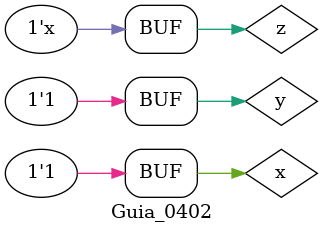
<source format=v>
/*
    -identificação: 

Guia_0402 - 23 / 08 / 2024

Nome: Davi Cândido de Almeida
Matricula: 857859
Código de Pessoa: 1527368

*/


// ---------------------
// -- expression
// ---------------------

module f02_a (output s, input x, y, z);
    assign s = x & ~( ~x | y );
endmodule 



module f02_b (output s, input x, y, z);

    assign s = ( ~x | y ) | ( ~x & y );

endmodule 


module f02_c (output s, input x, y, z);

    assign s = ~( ~x & ~y ) & ( x | y );

endmodule 


module f02_d (output s, input x, y, z);

    assign s = ~( ~x & y ) | ~( ~x | y );

endmodule 


module f02_e (output s, input x, y, z);

    assign s = ( y | ~x ) & ~( ~y | x );

endmodule 

//-----------------------------Expressões Simplificadas------------------------------------//

module f02_aSi (output s, input x, y, z);
    assign s = x&~y;
endmodule 



module f02_bSi (output s, input x, y, z);

    assign s = (~x|y);

endmodule 


module f02_cSi (output s, input x, y, z);

    assign s = (x|y);

endmodule 


module f02_dSi (output s, input x, y, z);

    assign s = (x|~y);

endmodule 


module f02_eSi (output s, input x, y, z);

    assign s = (y&~x);

endmodule 
//-------------------------------End Expressões Simplificadas----------------------------------//

// ---------------------
// -- test_module
// ---------------------
module Guia_0402;
    reg x, y, z;
    wire s1, s2, s3, s4, s5,   s1Si, s2Si, s3Si, s4Si, s5Si;
    // instancias
    f02_a f02_a (s1, x, y, z);
        f02_aSi f02_aSi (s1Si, x, y, z);

    f02_b f02_b (s2, x, y, z);
        f02_bSi f02_bSi (s2Si, x, y, z);

    f02_c f02_c (s3, x, y, z);
        f02_cSi f02_cSi (s3Si, x, y, z);

    f02_d f02_d (s4, x, y, z);
        f02_dSi f02_dSi (s4Si, x, y, z);

    f02_e f02_e (s5, x, y, z);
        f02_eSi f02_eSi (s5Si, x, y, z);


    // valores iniciais
    initial begin: start
    x=1'bx; y=1'bx; z=1'bx; // indefinidos
    end
    // parte principal
    initial begin: main
    // identificacao
    $display("Exemplo- Davi Cândido de Almeida - 857859");
    $display("\n Atividade 02) \n");
    // monitoramento
    $display(" x  y =  a) aS b) bS c) cS d) dS e) eS");
    $monitor("%2b %2b = %2b %2b %2b %2b %2b %2b %2b %2b %2b %2b ", x, y, s1, s1Si, s2, s2Si, s3, s3Si, s4, s4Si, s5, s5Si);
    // sinalizacao
    #1 x=0; y=0;
    #1 x=0; y=1;
    #1 x=1; y=0;
    #1 x=1; y=1;
end
endmodule // test_module
/*
    -Saídas de resultados:

Exemplo- Davi Cândido de Almeida - 857859

 Atividade 02) 

 x  y =  a) aS b) bS c) cS d) dS e) eS
 x  x =  x  x  x  x  x  x  x  x  x  x 
 0  0 =  0  0  1  1  0  0  1  1  0  0 
 0  1 =  0  0  1  1  1  1  0  0  1  1 
 1  0 =  1  1  0  0  1  1  1  1  0  0 
 1  1 =  0  0  1  1  1  1  1  1  0  0 

 Observou-se que pelas saidas x - xS serem iguais significa que as espresseões
 foram simplificadas com sucesso


*/

/*
    -Notas:

Para compilar: iverilog -o Guia_0402.vvp Guia_0402.v
Para executar: vvp Guia_0402.vvp
*/




</source>
